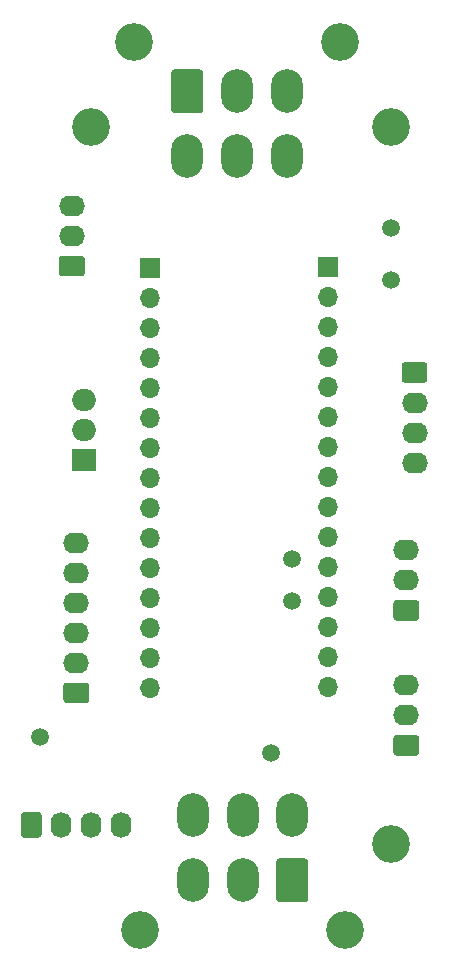
<source format=gbr>
G04 #@! TF.GenerationSoftware,KiCad,Pcbnew,(5.1.9)-1*
G04 #@! TF.CreationDate,2021-09-12T12:37:17-06:00*
G04 #@! TF.ProjectId,ddi_ampcd_controller,6464695f-616d-4706-9364-5f636f6e7472,1*
G04 #@! TF.SameCoordinates,Original*
G04 #@! TF.FileFunction,Soldermask,Bot*
G04 #@! TF.FilePolarity,Negative*
%FSLAX46Y46*%
G04 Gerber Fmt 4.6, Leading zero omitted, Abs format (unit mm)*
G04 Created by KiCad (PCBNEW (5.1.9)-1) date 2021-09-12 12:37:17*
%MOMM*%
%LPD*%
G01*
G04 APERTURE LIST*
%ADD10O,2.190000X1.740000*%
%ADD11O,1.740000X2.190000*%
%ADD12O,2.000000X1.905000*%
%ADD13R,2.000000X1.905000*%
%ADD14O,1.700000X1.700000*%
%ADD15R,1.700000X1.700000*%
%ADD16C,3.200000*%
%ADD17C,1.500000*%
%ADD18O,2.700000X3.700000*%
G04 APERTURE END LIST*
D10*
X132969000Y-66103500D03*
X132969000Y-68643500D03*
G36*
G01*
X133814001Y-72053500D02*
X132123999Y-72053500D01*
G75*
G02*
X131874000Y-71803501I0J249999D01*
G01*
X131874000Y-70563499D01*
G75*
G02*
X132123999Y-70313500I249999J0D01*
G01*
X133814001Y-70313500D01*
G75*
G02*
X134064000Y-70563499I0J-249999D01*
G01*
X134064000Y-71803501D01*
G75*
G02*
X133814001Y-72053500I-249999J0D01*
G01*
G37*
X161988500Y-87820500D03*
X161988500Y-85280500D03*
X161988500Y-82740500D03*
G36*
G01*
X161143499Y-79330500D02*
X162833501Y-79330500D01*
G75*
G02*
X163083500Y-79580499I0J-249999D01*
G01*
X163083500Y-80820501D01*
G75*
G02*
X162833501Y-81070500I-249999J0D01*
G01*
X161143499Y-81070500D01*
G75*
G02*
X160893500Y-80820501I0J249999D01*
G01*
X160893500Y-79580499D01*
G75*
G02*
X161143499Y-79330500I249999J0D01*
G01*
G37*
D11*
X137160000Y-118491000D03*
X134620000Y-118491000D03*
X132080000Y-118491000D03*
G36*
G01*
X128670000Y-119336001D02*
X128670000Y-117645999D01*
G75*
G02*
X128919999Y-117396000I249999J0D01*
G01*
X130160001Y-117396000D01*
G75*
G02*
X130410000Y-117645999I0J-249999D01*
G01*
X130410000Y-119336001D01*
G75*
G02*
X130160001Y-119586000I-249999J0D01*
G01*
X128919999Y-119586000D01*
G75*
G02*
X128670000Y-119336001I0J249999D01*
G01*
G37*
D12*
X133985000Y-82550000D03*
X133985000Y-85090000D03*
D13*
X133985000Y-87630000D03*
D10*
X161290000Y-95250000D03*
X161290000Y-97790000D03*
G36*
G01*
X162135001Y-101200000D02*
X160444999Y-101200000D01*
G75*
G02*
X160195000Y-100950001I0J249999D01*
G01*
X160195000Y-99709999D01*
G75*
G02*
X160444999Y-99460000I249999J0D01*
G01*
X162135001Y-99460000D01*
G75*
G02*
X162385000Y-99709999I0J-249999D01*
G01*
X162385000Y-100950001D01*
G75*
G02*
X162135001Y-101200000I-249999J0D01*
G01*
G37*
X161290000Y-106680000D03*
X161290000Y-109220000D03*
G36*
G01*
X162135001Y-112630000D02*
X160444999Y-112630000D01*
G75*
G02*
X160195000Y-112380001I0J249999D01*
G01*
X160195000Y-111139999D01*
G75*
G02*
X160444999Y-110890000I249999J0D01*
G01*
X162135001Y-110890000D01*
G75*
G02*
X162385000Y-111139999I0J-249999D01*
G01*
X162385000Y-112380001D01*
G75*
G02*
X162135001Y-112630000I-249999J0D01*
G01*
G37*
X133350000Y-94615000D03*
X133350000Y-97155000D03*
X133350000Y-99695000D03*
X133350000Y-102235000D03*
X133350000Y-104775000D03*
G36*
G01*
X134195001Y-108185000D02*
X132504999Y-108185000D01*
G75*
G02*
X132255000Y-107935001I0J249999D01*
G01*
X132255000Y-106694999D01*
G75*
G02*
X132504999Y-106445000I249999J0D01*
G01*
X134195001Y-106445000D01*
G75*
G02*
X134445000Y-106694999I0J-249999D01*
G01*
X134445000Y-107935001D01*
G75*
G02*
X134195001Y-108185000I-249999J0D01*
G01*
G37*
D14*
X139547600Y-106883200D03*
X139547600Y-104343200D03*
X139547600Y-101803200D03*
X139547600Y-99263200D03*
X139547600Y-96723200D03*
X139547600Y-94183200D03*
X139547600Y-91643200D03*
X139547600Y-89103200D03*
X139547600Y-86563200D03*
X139547600Y-84023200D03*
X139547600Y-81483200D03*
X139547600Y-78943200D03*
X139547600Y-76403200D03*
X139547600Y-73863200D03*
D15*
X139547600Y-71323200D03*
D14*
X154686000Y-106807000D03*
X154686000Y-104267000D03*
X154686000Y-101727000D03*
X154686000Y-99187000D03*
X154686000Y-96647000D03*
X154686000Y-94107000D03*
X154686000Y-91567000D03*
X154686000Y-89027000D03*
X154686000Y-86487000D03*
X154686000Y-83947000D03*
X154686000Y-81407000D03*
X154686000Y-78867000D03*
X154686000Y-76327000D03*
X154686000Y-73787000D03*
D15*
X154686000Y-71247000D03*
D16*
X160020000Y-120142000D03*
X134620000Y-59436000D03*
X160020000Y-59436000D03*
D17*
X160020000Y-72390000D03*
X130302000Y-111061500D03*
X149860000Y-112395000D03*
X160020000Y-67945000D03*
X151638000Y-96012000D03*
X151638000Y-99568000D03*
G36*
G01*
X141398000Y-57987999D02*
X141398000Y-54788001D01*
G75*
G02*
X141648001Y-54538000I250001J0D01*
G01*
X143847999Y-54538000D01*
G75*
G02*
X144098000Y-54788001I0J-250001D01*
G01*
X144098000Y-57987999D01*
G75*
G02*
X143847999Y-58238000I-250001J0D01*
G01*
X141648001Y-58238000D01*
G75*
G02*
X141398000Y-57987999I0J250001D01*
G01*
G37*
D18*
X146948000Y-56388000D03*
X151148000Y-56388000D03*
X142748000Y-61888000D03*
X146948000Y-61888000D03*
X151148000Y-61888000D03*
D16*
X138248000Y-52188000D03*
X155648000Y-52188000D03*
G36*
G01*
X152988000Y-121590001D02*
X152988000Y-124789999D01*
G75*
G02*
X152737999Y-125040000I-250001J0D01*
G01*
X150538001Y-125040000D01*
G75*
G02*
X150288000Y-124789999I0J250001D01*
G01*
X150288000Y-121590001D01*
G75*
G02*
X150538001Y-121340000I250001J0D01*
G01*
X152737999Y-121340000D01*
G75*
G02*
X152988000Y-121590001I0J-250001D01*
G01*
G37*
D18*
X147438000Y-123190000D03*
X143238000Y-123190000D03*
X151638000Y-117690000D03*
X147438000Y-117690000D03*
X143238000Y-117690000D03*
D16*
X156138000Y-127390000D03*
X138738000Y-127390000D03*
M02*

</source>
